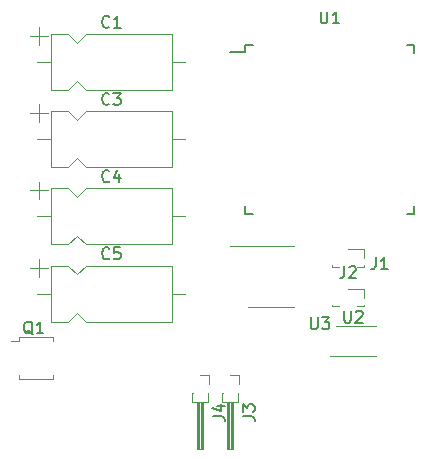
<source format=gbr>
%TF.GenerationSoftware,KiCad,Pcbnew,7.0.2*%
%TF.CreationDate,2023-06-25T00:33:43-03:00*%
%TF.ProjectId,Projeto final de EA075,50726f6a-6574-46f2-9066-696e616c2064,rev?*%
%TF.SameCoordinates,Original*%
%TF.FileFunction,Legend,Top*%
%TF.FilePolarity,Positive*%
%FSLAX46Y46*%
G04 Gerber Fmt 4.6, Leading zero omitted, Abs format (unit mm)*
G04 Created by KiCad (PCBNEW 7.0.2) date 2023-06-25 00:33:43*
%MOMM*%
%LPD*%
G01*
G04 APERTURE LIST*
%ADD10C,0.150000*%
%ADD11C,0.120000*%
G04 APERTURE END LIST*
D10*
%TO.C,U3*%
X161798095Y-93442619D02*
X161798095Y-94252142D01*
X161798095Y-94252142D02*
X161845714Y-94347380D01*
X161845714Y-94347380D02*
X161893333Y-94395000D01*
X161893333Y-94395000D02*
X161988571Y-94442619D01*
X161988571Y-94442619D02*
X162179047Y-94442619D01*
X162179047Y-94442619D02*
X162274285Y-94395000D01*
X162274285Y-94395000D02*
X162321904Y-94347380D01*
X162321904Y-94347380D02*
X162369523Y-94252142D01*
X162369523Y-94252142D02*
X162369523Y-93442619D01*
X162750476Y-93442619D02*
X163369523Y-93442619D01*
X163369523Y-93442619D02*
X163036190Y-93823571D01*
X163036190Y-93823571D02*
X163179047Y-93823571D01*
X163179047Y-93823571D02*
X163274285Y-93871190D01*
X163274285Y-93871190D02*
X163321904Y-93918809D01*
X163321904Y-93918809D02*
X163369523Y-94014047D01*
X163369523Y-94014047D02*
X163369523Y-94252142D01*
X163369523Y-94252142D02*
X163321904Y-94347380D01*
X163321904Y-94347380D02*
X163274285Y-94395000D01*
X163274285Y-94395000D02*
X163179047Y-94442619D01*
X163179047Y-94442619D02*
X162893333Y-94442619D01*
X162893333Y-94442619D02*
X162798095Y-94395000D01*
X162798095Y-94395000D02*
X162750476Y-94347380D01*
%TO.C,U2*%
X164608095Y-92892619D02*
X164608095Y-93702142D01*
X164608095Y-93702142D02*
X164655714Y-93797380D01*
X164655714Y-93797380D02*
X164703333Y-93845000D01*
X164703333Y-93845000D02*
X164798571Y-93892619D01*
X164798571Y-93892619D02*
X164989047Y-93892619D01*
X164989047Y-93892619D02*
X165084285Y-93845000D01*
X165084285Y-93845000D02*
X165131904Y-93797380D01*
X165131904Y-93797380D02*
X165179523Y-93702142D01*
X165179523Y-93702142D02*
X165179523Y-92892619D01*
X165608095Y-92987857D02*
X165655714Y-92940238D01*
X165655714Y-92940238D02*
X165750952Y-92892619D01*
X165750952Y-92892619D02*
X165989047Y-92892619D01*
X165989047Y-92892619D02*
X166084285Y-92940238D01*
X166084285Y-92940238D02*
X166131904Y-92987857D01*
X166131904Y-92987857D02*
X166179523Y-93083095D01*
X166179523Y-93083095D02*
X166179523Y-93178333D01*
X166179523Y-93178333D02*
X166131904Y-93321190D01*
X166131904Y-93321190D02*
X165560476Y-93892619D01*
X165560476Y-93892619D02*
X166179523Y-93892619D01*
%TO.C,U1*%
X162638095Y-67562619D02*
X162638095Y-68372142D01*
X162638095Y-68372142D02*
X162685714Y-68467380D01*
X162685714Y-68467380D02*
X162733333Y-68515000D01*
X162733333Y-68515000D02*
X162828571Y-68562619D01*
X162828571Y-68562619D02*
X163019047Y-68562619D01*
X163019047Y-68562619D02*
X163114285Y-68515000D01*
X163114285Y-68515000D02*
X163161904Y-68467380D01*
X163161904Y-68467380D02*
X163209523Y-68372142D01*
X163209523Y-68372142D02*
X163209523Y-67562619D01*
X164209523Y-68562619D02*
X163638095Y-68562619D01*
X163923809Y-68562619D02*
X163923809Y-67562619D01*
X163923809Y-67562619D02*
X163828571Y-67705476D01*
X163828571Y-67705476D02*
X163733333Y-67800714D01*
X163733333Y-67800714D02*
X163638095Y-67848333D01*
%TO.C,Q1*%
X138254761Y-94897857D02*
X138159523Y-94850238D01*
X138159523Y-94850238D02*
X138064285Y-94755000D01*
X138064285Y-94755000D02*
X137921428Y-94612142D01*
X137921428Y-94612142D02*
X137826190Y-94564523D01*
X137826190Y-94564523D02*
X137730952Y-94564523D01*
X137778571Y-94802619D02*
X137683333Y-94755000D01*
X137683333Y-94755000D02*
X137588095Y-94659761D01*
X137588095Y-94659761D02*
X137540476Y-94469285D01*
X137540476Y-94469285D02*
X137540476Y-94135952D01*
X137540476Y-94135952D02*
X137588095Y-93945476D01*
X137588095Y-93945476D02*
X137683333Y-93850238D01*
X137683333Y-93850238D02*
X137778571Y-93802619D01*
X137778571Y-93802619D02*
X137969047Y-93802619D01*
X137969047Y-93802619D02*
X138064285Y-93850238D01*
X138064285Y-93850238D02*
X138159523Y-93945476D01*
X138159523Y-93945476D02*
X138207142Y-94135952D01*
X138207142Y-94135952D02*
X138207142Y-94469285D01*
X138207142Y-94469285D02*
X138159523Y-94659761D01*
X138159523Y-94659761D02*
X138064285Y-94755000D01*
X138064285Y-94755000D02*
X137969047Y-94802619D01*
X137969047Y-94802619D02*
X137778571Y-94802619D01*
X139159523Y-94802619D02*
X138588095Y-94802619D01*
X138873809Y-94802619D02*
X138873809Y-93802619D01*
X138873809Y-93802619D02*
X138778571Y-93945476D01*
X138778571Y-93945476D02*
X138683333Y-94040714D01*
X138683333Y-94040714D02*
X138588095Y-94088333D01*
%TO.C,J4*%
X153497619Y-101825833D02*
X154211904Y-101825833D01*
X154211904Y-101825833D02*
X154354761Y-101873452D01*
X154354761Y-101873452D02*
X154450000Y-101968690D01*
X154450000Y-101968690D02*
X154497619Y-102111547D01*
X154497619Y-102111547D02*
X154497619Y-102206785D01*
X153830952Y-100921071D02*
X154497619Y-100921071D01*
X153450000Y-101159166D02*
X154164285Y-101397261D01*
X154164285Y-101397261D02*
X154164285Y-100778214D01*
%TO.C,J3*%
X156037619Y-101825833D02*
X156751904Y-101825833D01*
X156751904Y-101825833D02*
X156894761Y-101873452D01*
X156894761Y-101873452D02*
X156990000Y-101968690D01*
X156990000Y-101968690D02*
X157037619Y-102111547D01*
X157037619Y-102111547D02*
X157037619Y-102206785D01*
X156037619Y-101444880D02*
X156037619Y-100825833D01*
X156037619Y-100825833D02*
X156418571Y-101159166D01*
X156418571Y-101159166D02*
X156418571Y-101016309D01*
X156418571Y-101016309D02*
X156466190Y-100921071D01*
X156466190Y-100921071D02*
X156513809Y-100873452D01*
X156513809Y-100873452D02*
X156609047Y-100825833D01*
X156609047Y-100825833D02*
X156847142Y-100825833D01*
X156847142Y-100825833D02*
X156942380Y-100873452D01*
X156942380Y-100873452D02*
X156990000Y-100921071D01*
X156990000Y-100921071D02*
X157037619Y-101016309D01*
X157037619Y-101016309D02*
X157037619Y-101302023D01*
X157037619Y-101302023D02*
X156990000Y-101397261D01*
X156990000Y-101397261D02*
X156942380Y-101444880D01*
%TO.C,J2*%
X164616666Y-89127619D02*
X164616666Y-89841904D01*
X164616666Y-89841904D02*
X164569047Y-89984761D01*
X164569047Y-89984761D02*
X164473809Y-90080000D01*
X164473809Y-90080000D02*
X164330952Y-90127619D01*
X164330952Y-90127619D02*
X164235714Y-90127619D01*
X165045238Y-89222857D02*
X165092857Y-89175238D01*
X165092857Y-89175238D02*
X165188095Y-89127619D01*
X165188095Y-89127619D02*
X165426190Y-89127619D01*
X165426190Y-89127619D02*
X165521428Y-89175238D01*
X165521428Y-89175238D02*
X165569047Y-89222857D01*
X165569047Y-89222857D02*
X165616666Y-89318095D01*
X165616666Y-89318095D02*
X165616666Y-89413333D01*
X165616666Y-89413333D02*
X165569047Y-89556190D01*
X165569047Y-89556190D02*
X164997619Y-90127619D01*
X164997619Y-90127619D02*
X165616666Y-90127619D01*
%TO.C,J1*%
X167306666Y-88362619D02*
X167306666Y-89076904D01*
X167306666Y-89076904D02*
X167259047Y-89219761D01*
X167259047Y-89219761D02*
X167163809Y-89315000D01*
X167163809Y-89315000D02*
X167020952Y-89362619D01*
X167020952Y-89362619D02*
X166925714Y-89362619D01*
X168306666Y-89362619D02*
X167735238Y-89362619D01*
X168020952Y-89362619D02*
X168020952Y-88362619D01*
X168020952Y-88362619D02*
X167925714Y-88505476D01*
X167925714Y-88505476D02*
X167830476Y-88600714D01*
X167830476Y-88600714D02*
X167735238Y-88648333D01*
%TO.C,C5*%
X144733333Y-88437380D02*
X144685714Y-88485000D01*
X144685714Y-88485000D02*
X144542857Y-88532619D01*
X144542857Y-88532619D02*
X144447619Y-88532619D01*
X144447619Y-88532619D02*
X144304762Y-88485000D01*
X144304762Y-88485000D02*
X144209524Y-88389761D01*
X144209524Y-88389761D02*
X144161905Y-88294523D01*
X144161905Y-88294523D02*
X144114286Y-88104047D01*
X144114286Y-88104047D02*
X144114286Y-87961190D01*
X144114286Y-87961190D02*
X144161905Y-87770714D01*
X144161905Y-87770714D02*
X144209524Y-87675476D01*
X144209524Y-87675476D02*
X144304762Y-87580238D01*
X144304762Y-87580238D02*
X144447619Y-87532619D01*
X144447619Y-87532619D02*
X144542857Y-87532619D01*
X144542857Y-87532619D02*
X144685714Y-87580238D01*
X144685714Y-87580238D02*
X144733333Y-87627857D01*
X145638095Y-87532619D02*
X145161905Y-87532619D01*
X145161905Y-87532619D02*
X145114286Y-88008809D01*
X145114286Y-88008809D02*
X145161905Y-87961190D01*
X145161905Y-87961190D02*
X145257143Y-87913571D01*
X145257143Y-87913571D02*
X145495238Y-87913571D01*
X145495238Y-87913571D02*
X145590476Y-87961190D01*
X145590476Y-87961190D02*
X145638095Y-88008809D01*
X145638095Y-88008809D02*
X145685714Y-88104047D01*
X145685714Y-88104047D02*
X145685714Y-88342142D01*
X145685714Y-88342142D02*
X145638095Y-88437380D01*
X145638095Y-88437380D02*
X145590476Y-88485000D01*
X145590476Y-88485000D02*
X145495238Y-88532619D01*
X145495238Y-88532619D02*
X145257143Y-88532619D01*
X145257143Y-88532619D02*
X145161905Y-88485000D01*
X145161905Y-88485000D02*
X145114286Y-88437380D01*
%TO.C,C4*%
X144733333Y-81902380D02*
X144685714Y-81950000D01*
X144685714Y-81950000D02*
X144542857Y-81997619D01*
X144542857Y-81997619D02*
X144447619Y-81997619D01*
X144447619Y-81997619D02*
X144304762Y-81950000D01*
X144304762Y-81950000D02*
X144209524Y-81854761D01*
X144209524Y-81854761D02*
X144161905Y-81759523D01*
X144161905Y-81759523D02*
X144114286Y-81569047D01*
X144114286Y-81569047D02*
X144114286Y-81426190D01*
X144114286Y-81426190D02*
X144161905Y-81235714D01*
X144161905Y-81235714D02*
X144209524Y-81140476D01*
X144209524Y-81140476D02*
X144304762Y-81045238D01*
X144304762Y-81045238D02*
X144447619Y-80997619D01*
X144447619Y-80997619D02*
X144542857Y-80997619D01*
X144542857Y-80997619D02*
X144685714Y-81045238D01*
X144685714Y-81045238D02*
X144733333Y-81092857D01*
X145590476Y-81330952D02*
X145590476Y-81997619D01*
X145352381Y-80950000D02*
X145114286Y-81664285D01*
X145114286Y-81664285D02*
X145733333Y-81664285D01*
%TO.C,C3*%
X144733333Y-75367380D02*
X144685714Y-75415000D01*
X144685714Y-75415000D02*
X144542857Y-75462619D01*
X144542857Y-75462619D02*
X144447619Y-75462619D01*
X144447619Y-75462619D02*
X144304762Y-75415000D01*
X144304762Y-75415000D02*
X144209524Y-75319761D01*
X144209524Y-75319761D02*
X144161905Y-75224523D01*
X144161905Y-75224523D02*
X144114286Y-75034047D01*
X144114286Y-75034047D02*
X144114286Y-74891190D01*
X144114286Y-74891190D02*
X144161905Y-74700714D01*
X144161905Y-74700714D02*
X144209524Y-74605476D01*
X144209524Y-74605476D02*
X144304762Y-74510238D01*
X144304762Y-74510238D02*
X144447619Y-74462619D01*
X144447619Y-74462619D02*
X144542857Y-74462619D01*
X144542857Y-74462619D02*
X144685714Y-74510238D01*
X144685714Y-74510238D02*
X144733333Y-74557857D01*
X145066667Y-74462619D02*
X145685714Y-74462619D01*
X145685714Y-74462619D02*
X145352381Y-74843571D01*
X145352381Y-74843571D02*
X145495238Y-74843571D01*
X145495238Y-74843571D02*
X145590476Y-74891190D01*
X145590476Y-74891190D02*
X145638095Y-74938809D01*
X145638095Y-74938809D02*
X145685714Y-75034047D01*
X145685714Y-75034047D02*
X145685714Y-75272142D01*
X145685714Y-75272142D02*
X145638095Y-75367380D01*
X145638095Y-75367380D02*
X145590476Y-75415000D01*
X145590476Y-75415000D02*
X145495238Y-75462619D01*
X145495238Y-75462619D02*
X145209524Y-75462619D01*
X145209524Y-75462619D02*
X145114286Y-75415000D01*
X145114286Y-75415000D02*
X145066667Y-75367380D01*
%TO.C,C1*%
X144733333Y-68832380D02*
X144685714Y-68880000D01*
X144685714Y-68880000D02*
X144542857Y-68927619D01*
X144542857Y-68927619D02*
X144447619Y-68927619D01*
X144447619Y-68927619D02*
X144304762Y-68880000D01*
X144304762Y-68880000D02*
X144209524Y-68784761D01*
X144209524Y-68784761D02*
X144161905Y-68689523D01*
X144161905Y-68689523D02*
X144114286Y-68499047D01*
X144114286Y-68499047D02*
X144114286Y-68356190D01*
X144114286Y-68356190D02*
X144161905Y-68165714D01*
X144161905Y-68165714D02*
X144209524Y-68070476D01*
X144209524Y-68070476D02*
X144304762Y-67975238D01*
X144304762Y-67975238D02*
X144447619Y-67927619D01*
X144447619Y-67927619D02*
X144542857Y-67927619D01*
X144542857Y-67927619D02*
X144685714Y-67975238D01*
X144685714Y-67975238D02*
X144733333Y-68022857D01*
X145685714Y-68927619D02*
X145114286Y-68927619D01*
X145400000Y-68927619D02*
X145400000Y-67927619D01*
X145400000Y-67927619D02*
X145304762Y-68070476D01*
X145304762Y-68070476D02*
X145209524Y-68165714D01*
X145209524Y-68165714D02*
X145114286Y-68213333D01*
D11*
%TO.C,U3*%
X158400000Y-92560000D02*
X160350000Y-92560000D01*
X158400000Y-87440000D02*
X154950000Y-87440000D01*
X158400000Y-87440000D02*
X160350000Y-87440000D01*
X158400000Y-92560000D02*
X156450000Y-92560000D01*
%TO.C,U2*%
X167340000Y-94140000D02*
X163900000Y-94140000D01*
X163400000Y-96720000D02*
X167340000Y-96720000D01*
D10*
%TO.C,U1*%
X170575000Y-70375000D02*
X170575000Y-71050000D01*
X156225000Y-84725000D02*
X156225000Y-84050000D01*
X156225000Y-84725000D02*
X156900000Y-84725000D01*
X170575000Y-84725000D02*
X169900000Y-84725000D01*
X170575000Y-84725000D02*
X170575000Y-84050000D01*
X156225000Y-70375000D02*
X156225000Y-70950000D01*
X156225000Y-70950000D02*
X154950000Y-70950000D01*
X156225000Y-70375000D02*
X156900000Y-70375000D01*
X170575000Y-70375000D02*
X169900000Y-70375000D01*
D11*
%TO.C,Q1*%
X137130000Y-95120000D02*
X137130000Y-95415000D01*
X139970000Y-95415000D02*
X139970000Y-95120000D01*
X136400000Y-95415000D02*
X137130000Y-95415000D01*
X137130000Y-98365000D02*
X137130000Y-98660000D01*
X139970000Y-95120000D02*
X137130000Y-95120000D01*
X137130000Y-98660000D02*
X139970000Y-98660000D01*
X139970000Y-98660000D02*
X139970000Y-98365000D01*
%TO.C,J4*%
X153095000Y-99820000D02*
X153095000Y-100620000D01*
X151705000Y-100620000D02*
X151705000Y-99820000D01*
X152360000Y-100620000D02*
X152360000Y-104620000D01*
X152660000Y-104620000D02*
X152140000Y-104620000D01*
X152660000Y-100620000D02*
X152660000Y-104620000D01*
X151705000Y-99820000D02*
X151780323Y-99820000D01*
X153095000Y-100620000D02*
X151705000Y-100620000D01*
X152400000Y-98300000D02*
X153160000Y-98300000D01*
X152140000Y-104620000D02*
X152140000Y-100620000D01*
X152240000Y-100620000D02*
X152240000Y-104620000D01*
X152480000Y-100620000D02*
X152480000Y-104620000D01*
X152600000Y-100620000D02*
X152600000Y-104620000D01*
X153160000Y-98300000D02*
X153160000Y-99060000D01*
%TO.C,J3*%
X155700000Y-98300000D02*
X155700000Y-99060000D01*
X155140000Y-100620000D02*
X155140000Y-104620000D01*
X155020000Y-100620000D02*
X155020000Y-104620000D01*
X154780000Y-100620000D02*
X154780000Y-104620000D01*
X154680000Y-104620000D02*
X154680000Y-100620000D01*
X154940000Y-98300000D02*
X155700000Y-98300000D01*
X155635000Y-100620000D02*
X154245000Y-100620000D01*
X154245000Y-99820000D02*
X154320323Y-99820000D01*
X155200000Y-100620000D02*
X155200000Y-104620000D01*
X155200000Y-104620000D02*
X154680000Y-104620000D01*
X154900000Y-100620000D02*
X154900000Y-104620000D01*
X154245000Y-100620000D02*
X154245000Y-99820000D01*
X155635000Y-99820000D02*
X155635000Y-100620000D01*
%TO.C,J2*%
X166280000Y-91040000D02*
X166280000Y-91800000D01*
X163620000Y-92375000D02*
X163620000Y-92495000D01*
X163620000Y-92495000D02*
X164190000Y-92495000D01*
X164950000Y-91040000D02*
X166280000Y-91040000D01*
X165710000Y-92495000D02*
X166280000Y-92495000D01*
X166280000Y-92375000D02*
X166280000Y-92495000D01*
%TO.C,J1*%
X166280000Y-87690000D02*
X166280000Y-88450000D01*
X163620000Y-89025000D02*
X163620000Y-89145000D01*
X163620000Y-89145000D02*
X164190000Y-89145000D01*
X164950000Y-87690000D02*
X166280000Y-87690000D01*
X165710000Y-89145000D02*
X166280000Y-89145000D01*
X166280000Y-89025000D02*
X166280000Y-89145000D01*
%TO.C,C5*%
X142780000Y-93810000D02*
X150020000Y-93810000D01*
X138030000Y-89240000D02*
X139530000Y-89240000D01*
X142030000Y-89820000D02*
X142780000Y-89070000D01*
X150020000Y-89070000D02*
X150020000Y-93810000D01*
X139780000Y-89070000D02*
X139780000Y-93810000D01*
X141280000Y-89070000D02*
X142030000Y-89820000D01*
X139780000Y-89070000D02*
X141280000Y-89070000D01*
X141280000Y-93810000D02*
X142030000Y-93060000D01*
X142030000Y-93060000D02*
X142780000Y-93810000D01*
X142780000Y-89070000D02*
X150020000Y-89070000D01*
X151160000Y-91440000D02*
X150020000Y-91440000D01*
X139780000Y-93810000D02*
X141280000Y-93810000D01*
X138780000Y-88490000D02*
X138780000Y-89990000D01*
X138640000Y-91440000D02*
X139780000Y-91440000D01*
%TO.C,C4*%
X142780000Y-87275000D02*
X150020000Y-87275000D01*
X138030000Y-82705000D02*
X139530000Y-82705000D01*
X142030000Y-83285000D02*
X142780000Y-82535000D01*
X150020000Y-82535000D02*
X150020000Y-87275000D01*
X139780000Y-82535000D02*
X139780000Y-87275000D01*
X141280000Y-82535000D02*
X142030000Y-83285000D01*
X139780000Y-82535000D02*
X141280000Y-82535000D01*
X141280000Y-87275000D02*
X142030000Y-86525000D01*
X142030000Y-86525000D02*
X142780000Y-87275000D01*
X142780000Y-82535000D02*
X150020000Y-82535000D01*
X151160000Y-84905000D02*
X150020000Y-84905000D01*
X139780000Y-87275000D02*
X141280000Y-87275000D01*
X138780000Y-81955000D02*
X138780000Y-83455000D01*
X138640000Y-84905000D02*
X139780000Y-84905000D01*
%TO.C,C3*%
X142780000Y-80740000D02*
X150020000Y-80740000D01*
X138030000Y-76170000D02*
X139530000Y-76170000D01*
X142030000Y-76750000D02*
X142780000Y-76000000D01*
X150020000Y-76000000D02*
X150020000Y-80740000D01*
X139780000Y-76000000D02*
X139780000Y-80740000D01*
X141280000Y-76000000D02*
X142030000Y-76750000D01*
X139780000Y-76000000D02*
X141280000Y-76000000D01*
X141280000Y-80740000D02*
X142030000Y-79990000D01*
X142030000Y-79990000D02*
X142780000Y-80740000D01*
X142780000Y-76000000D02*
X150020000Y-76000000D01*
X151160000Y-78370000D02*
X150020000Y-78370000D01*
X139780000Y-80740000D02*
X141280000Y-80740000D01*
X138780000Y-75420000D02*
X138780000Y-76920000D01*
X138640000Y-78370000D02*
X139780000Y-78370000D01*
%TO.C,C1*%
X142780000Y-74205000D02*
X150020000Y-74205000D01*
X138030000Y-69635000D02*
X139530000Y-69635000D01*
X142030000Y-70215000D02*
X142780000Y-69465000D01*
X150020000Y-69465000D02*
X150020000Y-74205000D01*
X139780000Y-69465000D02*
X139780000Y-74205000D01*
X141280000Y-69465000D02*
X142030000Y-70215000D01*
X139780000Y-69465000D02*
X141280000Y-69465000D01*
X141280000Y-74205000D02*
X142030000Y-73455000D01*
X142030000Y-73455000D02*
X142780000Y-74205000D01*
X142780000Y-69465000D02*
X150020000Y-69465000D01*
X151160000Y-71835000D02*
X150020000Y-71835000D01*
X139780000Y-74205000D02*
X141280000Y-74205000D01*
X138780000Y-68885000D02*
X138780000Y-70385000D01*
X138640000Y-71835000D02*
X139780000Y-71835000D01*
%TD*%
M02*

</source>
